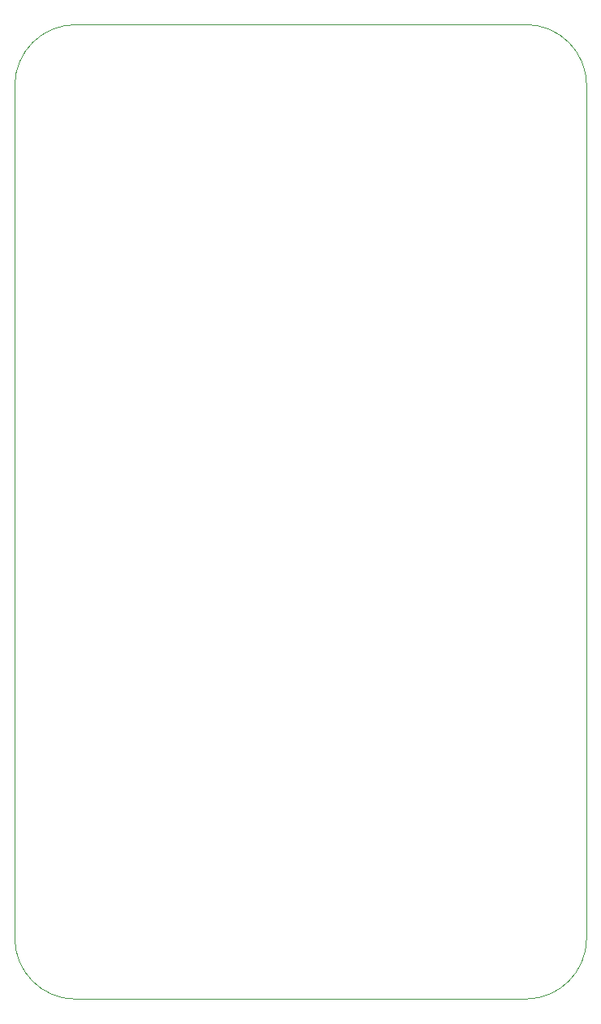
<source format=gm1>
%TF.GenerationSoftware,KiCad,Pcbnew,(6.0.9)*%
%TF.CreationDate,2025-06-18T12:23:39-04:00*%
%TF.ProjectId,Seven Segment Display,53657665-6e20-4536-9567-6d656e742044,2*%
%TF.SameCoordinates,Original*%
%TF.FileFunction,Profile,NP*%
%FSLAX46Y46*%
G04 Gerber Fmt 4.6, Leading zero omitted, Abs format (unit mm)*
G04 Created by KiCad (PCBNEW (6.0.9)) date 2025-06-18 12:23:39*
%MOMM*%
%LPD*%
G01*
G04 APERTURE LIST*
%TA.AperFunction,Profile*%
%ADD10C,0.100000*%
%TD*%
G04 APERTURE END LIST*
D10*
X109215000Y-35570000D02*
X109215000Y-124470000D01*
X115570000Y-29210000D02*
X162560000Y-29210000D01*
X162560000Y-130807507D02*
X115565000Y-130820000D01*
X168910000Y-35560000D02*
X168907499Y-124470000D01*
X115570000Y-29210000D02*
X115565000Y-29220000D01*
X168910000Y-35560000D02*
G75*
G03*
X162560000Y-29210000I-6350000J0D01*
G01*
X115565000Y-29220000D02*
G75*
G03*
X109215000Y-35570000I0J-6350000D01*
G01*
X109215000Y-124470000D02*
G75*
G03*
X115565000Y-130820000I6350000J0D01*
G01*
X162560000Y-130807507D02*
G75*
G03*
X168907499Y-124470000I0J6347507D01*
G01*
M02*

</source>
